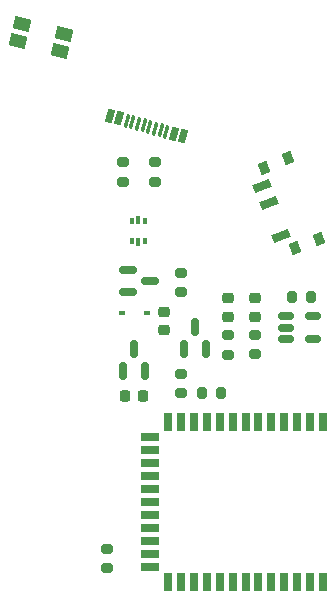
<source format=gtp>
%TF.GenerationSoftware,KiCad,Pcbnew,6.0.2-378541a8eb~116~ubuntu20.04.1*%
%TF.CreationDate,2022-03-20T18:22:01+01:00*%
%TF.ProjectId,Wubbo,57756262-6f2e-46b6-9963-61645f706362,v0.1*%
%TF.SameCoordinates,Original*%
%TF.FileFunction,Paste,Top*%
%TF.FilePolarity,Positive*%
%FSLAX46Y46*%
G04 Gerber Fmt 4.6, Leading zero omitted, Abs format (unit mm)*
G04 Created by KiCad (PCBNEW 6.0.2-378541a8eb~116~ubuntu20.04.1) date 2022-03-20 18:22:01*
%MOMM*%
%LPD*%
G01*
G04 APERTURE LIST*
G04 Aperture macros list*
%AMRoundRect*
0 Rectangle with rounded corners*
0 $1 Rounding radius*
0 $2 $3 $4 $5 $6 $7 $8 $9 X,Y pos of 4 corners*
0 Add a 4 corners polygon primitive as box body*
4,1,4,$2,$3,$4,$5,$6,$7,$8,$9,$2,$3,0*
0 Add four circle primitives for the rounded corners*
1,1,$1+$1,$2,$3*
1,1,$1+$1,$4,$5*
1,1,$1+$1,$6,$7*
1,1,$1+$1,$8,$9*
0 Add four rect primitives between the rounded corners*
20,1,$1+$1,$2,$3,$4,$5,0*
20,1,$1+$1,$4,$5,$6,$7,0*
20,1,$1+$1,$6,$7,$8,$9,0*
20,1,$1+$1,$8,$9,$2,$3,0*%
%AMRotRect*
0 Rectangle, with rotation*
0 The origin of the aperture is its center*
0 $1 length*
0 $2 width*
0 $3 Rotation angle, in degrees counterclockwise*
0 Add horizontal line*
21,1,$1,$2,0,0,$3*%
G04 Aperture macros list end*
%ADD10RoundRect,0.200000X0.275000X-0.200000X0.275000X0.200000X-0.275000X0.200000X-0.275000X-0.200000X0*%
%ADD11RoundRect,0.225000X-0.250000X0.225000X-0.250000X-0.225000X0.250000X-0.225000X0.250000X0.225000X0*%
%ADD12R,0.375000X0.500000*%
%ADD13R,0.300000X0.650000*%
%ADD14RoundRect,0.218750X0.256250X-0.218750X0.256250X0.218750X-0.256250X0.218750X-0.256250X-0.218750X0*%
%ADD15RoundRect,0.150000X0.150000X-0.587500X0.150000X0.587500X-0.150000X0.587500X-0.150000X-0.587500X0*%
%ADD16RoundRect,0.200000X-0.275000X0.200000X-0.275000X-0.200000X0.275000X-0.200000X0.275000X0.200000X0*%
%ADD17RotRect,1.400000X1.050000X166.000000*%
%ADD18R,0.600000X0.450000*%
%ADD19RoundRect,0.200000X-0.200000X-0.275000X0.200000X-0.275000X0.200000X0.275000X-0.200000X0.275000X0*%
%ADD20RoundRect,0.225000X0.225000X0.250000X-0.225000X0.250000X-0.225000X-0.250000X0.225000X-0.250000X0*%
%ADD21R,0.700000X1.524000*%
%ADD22R,1.524000X0.700000*%
%ADD23RotRect,1.000000X0.800000X111.000000*%
%ADD24RotRect,0.700000X1.500000X111.000000*%
%ADD25RoundRect,0.150000X-0.587500X-0.150000X0.587500X-0.150000X0.587500X0.150000X-0.587500X0.150000X0*%
%ADD26RotRect,0.600000X1.150000X344.500000*%
%ADD27RotRect,0.300000X1.150000X344.500000*%
%ADD28RoundRect,0.150000X-0.512500X-0.150000X0.512500X-0.150000X0.512500X0.150000X-0.512500X0.150000X0*%
G04 APERTURE END LIST*
D10*
%TO.C,R9*%
X110050000Y29700000D03*
X110050000Y31350000D03*
%TD*%
D11*
%TO.C,C1*%
X108575000Y28050000D03*
X108575000Y26500000D03*
%TD*%
D12*
%TO.C,ESD1*%
X106962500Y35750000D03*
D13*
X106425000Y35825000D03*
D12*
X105887500Y35750000D03*
X105887500Y34050000D03*
D13*
X106425000Y33975000D03*
D12*
X106962500Y34050000D03*
%TD*%
D14*
%TO.C,D1*%
X113980000Y27655000D03*
X113980000Y29230000D03*
%TD*%
D15*
%TO.C,U2*%
X105125000Y23062500D03*
X107025000Y23062500D03*
X106075000Y24937500D03*
%TD*%
D16*
%TO.C,R1*%
X107860000Y40740000D03*
X107860000Y39090000D03*
%TD*%
D17*
%TO.C,R_TACT1*%
X99762349Y50145928D03*
X96269284Y51016846D03*
X100110716Y51543154D03*
X96617651Y52414072D03*
%TD*%
D18*
%TO.C,D3*%
X107125000Y27975000D03*
X105025000Y27975000D03*
%TD*%
D16*
%TO.C,R4*%
X110025000Y22800000D03*
X110025000Y21150000D03*
%TD*%
D19*
%TO.C,R8*%
X119400000Y29350000D03*
X121050000Y29350000D03*
%TD*%
D20*
%TO.C,C2*%
X106850000Y20900000D03*
X105300000Y20900000D03*
%TD*%
D21*
%TO.C,U1*%
X122103372Y18721818D03*
X121003372Y18721818D03*
X119903372Y18721818D03*
X118803372Y18721818D03*
X117703372Y18721818D03*
X116603372Y18721818D03*
X115503372Y18721818D03*
X114403372Y18721818D03*
X113303372Y18721818D03*
X112203372Y18721818D03*
X111103372Y18721818D03*
X110003372Y18721818D03*
X108903372Y18721818D03*
D22*
X107403372Y17471818D03*
X107403372Y16371818D03*
X107403372Y15271818D03*
X107403372Y14171818D03*
X107403372Y13071818D03*
X107403372Y11971818D03*
X107403372Y10871818D03*
X107403372Y9771818D03*
X107403372Y8671818D03*
X107403372Y7571818D03*
X107403372Y6471818D03*
D21*
X108903372Y5221818D03*
X110003372Y5221818D03*
X111103372Y5221818D03*
X112203372Y5221818D03*
X113303372Y5221818D03*
X114403372Y5221818D03*
X115503372Y5221818D03*
X116603372Y5221818D03*
X117703372Y5221818D03*
X118803372Y5221818D03*
X119903372Y5221818D03*
X121003372Y5221818D03*
X122103372Y5221818D03*
%TD*%
D19*
%TO.C,R5*%
X111800000Y21150000D03*
X113450000Y21150000D03*
%TD*%
D23*
%TO.C,SW_POW1*%
X119654850Y33437904D03*
X119101977Y41045035D03*
X117038764Y40253042D03*
X121718063Y34229898D03*
D24*
X118546308Y34511978D03*
X117471204Y37312719D03*
X116933652Y38713090D03*
%TD*%
D16*
%TO.C,R2*%
X105150000Y40710000D03*
X105150000Y39060000D03*
%TD*%
%TO.C,R6*%
X113980000Y26092500D03*
X113980000Y24442500D03*
%TD*%
D25*
%TO.C,Q1*%
X105512500Y31600000D03*
X105512500Y29700000D03*
X107387500Y30650000D03*
%TD*%
D16*
%TO.C,R7*%
X116340000Y26120000D03*
X116340000Y24470000D03*
%TD*%
%TO.C,R3*%
X103775000Y8000000D03*
X103775000Y6350000D03*
%TD*%
D26*
%TO.C,J1*%
X110227611Y42918108D03*
X109480797Y43125218D03*
D27*
X108806256Y43312285D03*
X108324440Y43445904D03*
X107842625Y43579523D03*
X107360810Y43713142D03*
X106878995Y43846761D03*
X106397180Y43980380D03*
X105915364Y44114000D03*
X105433549Y44247619D03*
D26*
X104759008Y44434686D03*
X104012194Y44641795D03*
%TD*%
D28*
%TO.C,U3*%
X118962500Y27675000D03*
X118962500Y26725000D03*
X118962500Y25775000D03*
X121237500Y25775000D03*
X121237500Y27675000D03*
%TD*%
D15*
%TO.C,Q2*%
X110300000Y24887500D03*
X112200000Y24887500D03*
X111250000Y26762500D03*
%TD*%
D14*
%TO.C,D2*%
X116340000Y27657500D03*
X116340000Y29232500D03*
%TD*%
M02*

</source>
